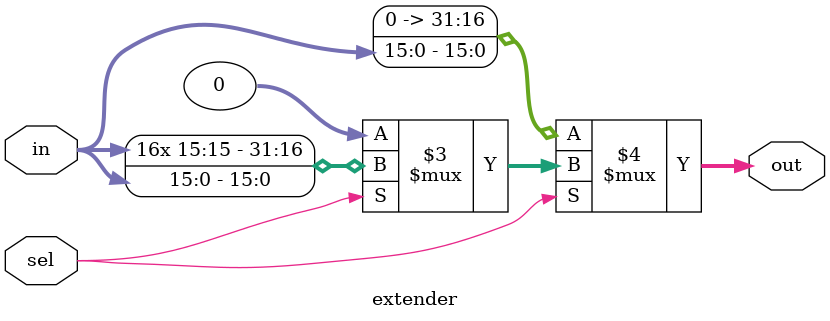
<source format=v>
`timescale 1ns / 1ps
module extender( //32_bit
	input [15:0] in,
	input sel, //Mode Ñ¡Ôñ
	output [31:0] out
    );
	parameter init = 32'h0000_0000;
	assign out = (sel == 1'b0) ? {16'h0000, in} : 
						(sel == 1'b1) ? {{16{in[15:15]}}, in} : //¸´ÖÆÐÅºÅ
						init;

endmodule

</source>
